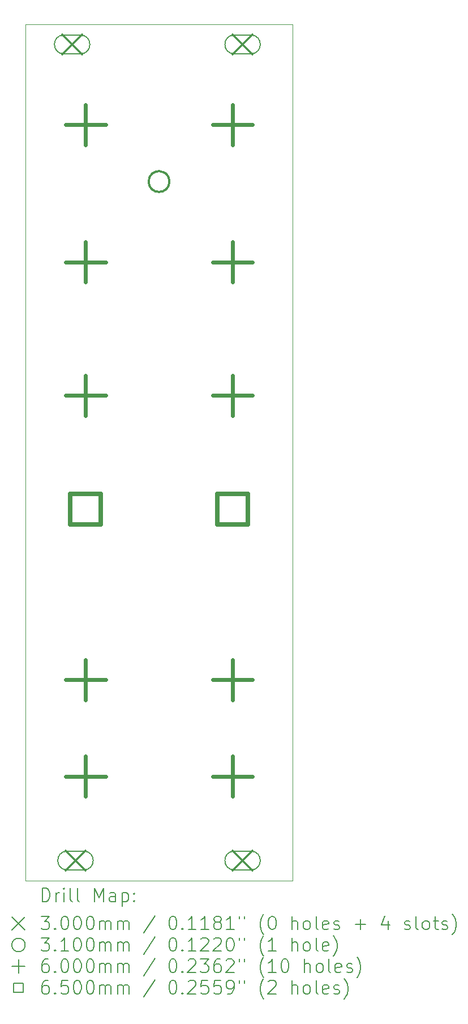
<source format=gbr>
%FSLAX45Y45*%
G04 Gerber Fmt 4.5, Leading zero omitted, Abs format (unit mm)*
G04 Created by KiCad (PCBNEW (6.0.0)) date 2022-07-07 20:03:23*
%MOMM*%
%LPD*%
G01*
G04 APERTURE LIST*
%TA.AperFunction,Profile*%
%ADD10C,0.050000*%
%TD*%
%ADD11C,0.200000*%
%ADD12C,0.300000*%
%ADD13C,0.310000*%
%ADD14C,0.600000*%
%ADD15C,0.650000*%
G04 APERTURE END LIST*
D10*
X8450000Y-2600000D02*
X8450000Y-14950000D01*
X8450000Y-2600000D02*
X12450000Y-2600000D01*
X12450000Y-15400000D02*
X8450000Y-15400000D01*
X8450000Y-15400000D02*
X8450000Y-14950000D01*
X12450000Y-2600000D02*
X12450000Y-15400000D01*
D11*
D12*
X9000000Y-2750000D02*
X9300000Y-3050000D01*
X9300000Y-2750000D02*
X9000000Y-3050000D01*
D11*
X9025000Y-3040000D02*
X9275000Y-3040000D01*
X9025000Y-2760000D02*
X9275000Y-2760000D01*
X9275000Y-3040000D02*
G75*
G03*
X9275000Y-2760000I0J140000D01*
G01*
X9025000Y-2760000D02*
G75*
G03*
X9025000Y-3040000I0J-140000D01*
G01*
D12*
X9050000Y-14950000D02*
X9350000Y-15250000D01*
X9350000Y-14950000D02*
X9050000Y-15250000D01*
D11*
X9075000Y-15240000D02*
X9325000Y-15240000D01*
X9075000Y-14960000D02*
X9325000Y-14960000D01*
X9325000Y-15240000D02*
G75*
G03*
X9325000Y-14960000I0J140000D01*
G01*
X9075000Y-14960000D02*
G75*
G03*
X9075000Y-15240000I0J-140000D01*
G01*
D12*
X11550000Y-2750000D02*
X11850000Y-3050000D01*
X11850000Y-2750000D02*
X11550000Y-3050000D01*
D11*
X11575000Y-3040000D02*
X11825000Y-3040000D01*
X11575000Y-2760000D02*
X11825000Y-2760000D01*
X11825000Y-3040000D02*
G75*
G03*
X11825000Y-2760000I0J140000D01*
G01*
X11575000Y-2760000D02*
G75*
G03*
X11575000Y-3040000I0J-140000D01*
G01*
D12*
X11550000Y-14950000D02*
X11850000Y-15250000D01*
X11850000Y-14950000D02*
X11550000Y-15250000D01*
D11*
X11575000Y-15240000D02*
X11825000Y-15240000D01*
X11575000Y-14960000D02*
X11825000Y-14960000D01*
X11825000Y-15240000D02*
G75*
G03*
X11825000Y-14960000I0J140000D01*
G01*
X11575000Y-14960000D02*
G75*
G03*
X11575000Y-15240000I0J-140000D01*
G01*
D13*
X10605000Y-4950000D02*
G75*
G03*
X10605000Y-4950000I-155000J0D01*
G01*
D14*
X9350000Y-3800000D02*
X9350000Y-4400000D01*
X9050000Y-4100000D02*
X9650000Y-4100000D01*
X9350000Y-5855000D02*
X9350000Y-6455000D01*
X9050000Y-6155000D02*
X9650000Y-6155000D01*
X9350000Y-7850000D02*
X9350000Y-8450000D01*
X9050000Y-8150000D02*
X9650000Y-8150000D01*
X9350000Y-12100000D02*
X9350000Y-12700000D01*
X9050000Y-12400000D02*
X9650000Y-12400000D01*
X9350000Y-13540000D02*
X9350000Y-14140000D01*
X9050000Y-13840000D02*
X9650000Y-13840000D01*
X11550000Y-3800000D02*
X11550000Y-4400000D01*
X11250000Y-4100000D02*
X11850000Y-4100000D01*
X11550000Y-5855000D02*
X11550000Y-6455000D01*
X11250000Y-6155000D02*
X11850000Y-6155000D01*
X11550000Y-7850000D02*
X11550000Y-8450000D01*
X11250000Y-8150000D02*
X11850000Y-8150000D01*
X11550000Y-12100000D02*
X11550000Y-12700000D01*
X11250000Y-12400000D02*
X11850000Y-12400000D01*
X11550000Y-13540000D02*
X11550000Y-14140000D01*
X11250000Y-13840000D02*
X11850000Y-13840000D01*
D15*
X9579812Y-10079812D02*
X9579812Y-9620188D01*
X9120188Y-9620188D01*
X9120188Y-10079812D01*
X9579812Y-10079812D01*
X11779812Y-10079812D02*
X11779812Y-9620188D01*
X11320188Y-9620188D01*
X11320188Y-10079812D01*
X11779812Y-10079812D01*
D11*
X8705119Y-15712976D02*
X8705119Y-15512976D01*
X8752738Y-15512976D01*
X8781309Y-15522500D01*
X8800357Y-15541548D01*
X8809881Y-15560595D01*
X8819405Y-15598690D01*
X8819405Y-15627262D01*
X8809881Y-15665357D01*
X8800357Y-15684405D01*
X8781309Y-15703452D01*
X8752738Y-15712976D01*
X8705119Y-15712976D01*
X8905119Y-15712976D02*
X8905119Y-15579643D01*
X8905119Y-15617738D02*
X8914643Y-15598690D01*
X8924167Y-15589167D01*
X8943214Y-15579643D01*
X8962262Y-15579643D01*
X9028928Y-15712976D02*
X9028928Y-15579643D01*
X9028928Y-15512976D02*
X9019405Y-15522500D01*
X9028928Y-15532024D01*
X9038452Y-15522500D01*
X9028928Y-15512976D01*
X9028928Y-15532024D01*
X9152738Y-15712976D02*
X9133690Y-15703452D01*
X9124167Y-15684405D01*
X9124167Y-15512976D01*
X9257500Y-15712976D02*
X9238452Y-15703452D01*
X9228928Y-15684405D01*
X9228928Y-15512976D01*
X9486071Y-15712976D02*
X9486071Y-15512976D01*
X9552738Y-15655833D01*
X9619405Y-15512976D01*
X9619405Y-15712976D01*
X9800357Y-15712976D02*
X9800357Y-15608214D01*
X9790833Y-15589167D01*
X9771786Y-15579643D01*
X9733690Y-15579643D01*
X9714643Y-15589167D01*
X9800357Y-15703452D02*
X9781309Y-15712976D01*
X9733690Y-15712976D01*
X9714643Y-15703452D01*
X9705119Y-15684405D01*
X9705119Y-15665357D01*
X9714643Y-15646309D01*
X9733690Y-15636786D01*
X9781309Y-15636786D01*
X9800357Y-15627262D01*
X9895595Y-15579643D02*
X9895595Y-15779643D01*
X9895595Y-15589167D02*
X9914643Y-15579643D01*
X9952738Y-15579643D01*
X9971786Y-15589167D01*
X9981309Y-15598690D01*
X9990833Y-15617738D01*
X9990833Y-15674881D01*
X9981309Y-15693928D01*
X9971786Y-15703452D01*
X9952738Y-15712976D01*
X9914643Y-15712976D01*
X9895595Y-15703452D01*
X10076548Y-15693928D02*
X10086071Y-15703452D01*
X10076548Y-15712976D01*
X10067024Y-15703452D01*
X10076548Y-15693928D01*
X10076548Y-15712976D01*
X10076548Y-15589167D02*
X10086071Y-15598690D01*
X10076548Y-15608214D01*
X10067024Y-15598690D01*
X10076548Y-15589167D01*
X10076548Y-15608214D01*
X8247500Y-15942500D02*
X8447500Y-16142500D01*
X8447500Y-15942500D02*
X8247500Y-16142500D01*
X8686071Y-15932976D02*
X8809881Y-15932976D01*
X8743214Y-16009167D01*
X8771786Y-16009167D01*
X8790833Y-16018690D01*
X8800357Y-16028214D01*
X8809881Y-16047262D01*
X8809881Y-16094881D01*
X8800357Y-16113928D01*
X8790833Y-16123452D01*
X8771786Y-16132976D01*
X8714643Y-16132976D01*
X8695595Y-16123452D01*
X8686071Y-16113928D01*
X8895595Y-16113928D02*
X8905119Y-16123452D01*
X8895595Y-16132976D01*
X8886071Y-16123452D01*
X8895595Y-16113928D01*
X8895595Y-16132976D01*
X9028928Y-15932976D02*
X9047976Y-15932976D01*
X9067024Y-15942500D01*
X9076548Y-15952024D01*
X9086071Y-15971071D01*
X9095595Y-16009167D01*
X9095595Y-16056786D01*
X9086071Y-16094881D01*
X9076548Y-16113928D01*
X9067024Y-16123452D01*
X9047976Y-16132976D01*
X9028928Y-16132976D01*
X9009881Y-16123452D01*
X9000357Y-16113928D01*
X8990833Y-16094881D01*
X8981309Y-16056786D01*
X8981309Y-16009167D01*
X8990833Y-15971071D01*
X9000357Y-15952024D01*
X9009881Y-15942500D01*
X9028928Y-15932976D01*
X9219405Y-15932976D02*
X9238452Y-15932976D01*
X9257500Y-15942500D01*
X9267024Y-15952024D01*
X9276548Y-15971071D01*
X9286071Y-16009167D01*
X9286071Y-16056786D01*
X9276548Y-16094881D01*
X9267024Y-16113928D01*
X9257500Y-16123452D01*
X9238452Y-16132976D01*
X9219405Y-16132976D01*
X9200357Y-16123452D01*
X9190833Y-16113928D01*
X9181309Y-16094881D01*
X9171786Y-16056786D01*
X9171786Y-16009167D01*
X9181309Y-15971071D01*
X9190833Y-15952024D01*
X9200357Y-15942500D01*
X9219405Y-15932976D01*
X9409881Y-15932976D02*
X9428928Y-15932976D01*
X9447976Y-15942500D01*
X9457500Y-15952024D01*
X9467024Y-15971071D01*
X9476548Y-16009167D01*
X9476548Y-16056786D01*
X9467024Y-16094881D01*
X9457500Y-16113928D01*
X9447976Y-16123452D01*
X9428928Y-16132976D01*
X9409881Y-16132976D01*
X9390833Y-16123452D01*
X9381309Y-16113928D01*
X9371786Y-16094881D01*
X9362262Y-16056786D01*
X9362262Y-16009167D01*
X9371786Y-15971071D01*
X9381309Y-15952024D01*
X9390833Y-15942500D01*
X9409881Y-15932976D01*
X9562262Y-16132976D02*
X9562262Y-15999643D01*
X9562262Y-16018690D02*
X9571786Y-16009167D01*
X9590833Y-15999643D01*
X9619405Y-15999643D01*
X9638452Y-16009167D01*
X9647976Y-16028214D01*
X9647976Y-16132976D01*
X9647976Y-16028214D02*
X9657500Y-16009167D01*
X9676548Y-15999643D01*
X9705119Y-15999643D01*
X9724167Y-16009167D01*
X9733690Y-16028214D01*
X9733690Y-16132976D01*
X9828928Y-16132976D02*
X9828928Y-15999643D01*
X9828928Y-16018690D02*
X9838452Y-16009167D01*
X9857500Y-15999643D01*
X9886071Y-15999643D01*
X9905119Y-16009167D01*
X9914643Y-16028214D01*
X9914643Y-16132976D01*
X9914643Y-16028214D02*
X9924167Y-16009167D01*
X9943214Y-15999643D01*
X9971786Y-15999643D01*
X9990833Y-16009167D01*
X10000357Y-16028214D01*
X10000357Y-16132976D01*
X10390833Y-15923452D02*
X10219405Y-16180595D01*
X10647976Y-15932976D02*
X10667024Y-15932976D01*
X10686071Y-15942500D01*
X10695595Y-15952024D01*
X10705119Y-15971071D01*
X10714643Y-16009167D01*
X10714643Y-16056786D01*
X10705119Y-16094881D01*
X10695595Y-16113928D01*
X10686071Y-16123452D01*
X10667024Y-16132976D01*
X10647976Y-16132976D01*
X10628928Y-16123452D01*
X10619405Y-16113928D01*
X10609881Y-16094881D01*
X10600357Y-16056786D01*
X10600357Y-16009167D01*
X10609881Y-15971071D01*
X10619405Y-15952024D01*
X10628928Y-15942500D01*
X10647976Y-15932976D01*
X10800357Y-16113928D02*
X10809881Y-16123452D01*
X10800357Y-16132976D01*
X10790833Y-16123452D01*
X10800357Y-16113928D01*
X10800357Y-16132976D01*
X11000357Y-16132976D02*
X10886071Y-16132976D01*
X10943214Y-16132976D02*
X10943214Y-15932976D01*
X10924167Y-15961548D01*
X10905119Y-15980595D01*
X10886071Y-15990119D01*
X11190833Y-16132976D02*
X11076548Y-16132976D01*
X11133690Y-16132976D02*
X11133690Y-15932976D01*
X11114643Y-15961548D01*
X11095595Y-15980595D01*
X11076548Y-15990119D01*
X11305119Y-16018690D02*
X11286071Y-16009167D01*
X11276547Y-15999643D01*
X11267024Y-15980595D01*
X11267024Y-15971071D01*
X11276547Y-15952024D01*
X11286071Y-15942500D01*
X11305119Y-15932976D01*
X11343214Y-15932976D01*
X11362262Y-15942500D01*
X11371786Y-15952024D01*
X11381309Y-15971071D01*
X11381309Y-15980595D01*
X11371786Y-15999643D01*
X11362262Y-16009167D01*
X11343214Y-16018690D01*
X11305119Y-16018690D01*
X11286071Y-16028214D01*
X11276547Y-16037738D01*
X11267024Y-16056786D01*
X11267024Y-16094881D01*
X11276547Y-16113928D01*
X11286071Y-16123452D01*
X11305119Y-16132976D01*
X11343214Y-16132976D01*
X11362262Y-16123452D01*
X11371786Y-16113928D01*
X11381309Y-16094881D01*
X11381309Y-16056786D01*
X11371786Y-16037738D01*
X11362262Y-16028214D01*
X11343214Y-16018690D01*
X11571786Y-16132976D02*
X11457500Y-16132976D01*
X11514643Y-16132976D02*
X11514643Y-15932976D01*
X11495595Y-15961548D01*
X11476547Y-15980595D01*
X11457500Y-15990119D01*
X11647976Y-15932976D02*
X11647976Y-15971071D01*
X11724166Y-15932976D02*
X11724166Y-15971071D01*
X12019405Y-16209167D02*
X12009881Y-16199643D01*
X11990833Y-16171071D01*
X11981309Y-16152024D01*
X11971786Y-16123452D01*
X11962262Y-16075833D01*
X11962262Y-16037738D01*
X11971786Y-15990119D01*
X11981309Y-15961548D01*
X11990833Y-15942500D01*
X12009881Y-15913928D01*
X12019405Y-15904405D01*
X12133690Y-15932976D02*
X12152738Y-15932976D01*
X12171786Y-15942500D01*
X12181309Y-15952024D01*
X12190833Y-15971071D01*
X12200357Y-16009167D01*
X12200357Y-16056786D01*
X12190833Y-16094881D01*
X12181309Y-16113928D01*
X12171786Y-16123452D01*
X12152738Y-16132976D01*
X12133690Y-16132976D01*
X12114643Y-16123452D01*
X12105119Y-16113928D01*
X12095595Y-16094881D01*
X12086071Y-16056786D01*
X12086071Y-16009167D01*
X12095595Y-15971071D01*
X12105119Y-15952024D01*
X12114643Y-15942500D01*
X12133690Y-15932976D01*
X12438452Y-16132976D02*
X12438452Y-15932976D01*
X12524166Y-16132976D02*
X12524166Y-16028214D01*
X12514643Y-16009167D01*
X12495595Y-15999643D01*
X12467024Y-15999643D01*
X12447976Y-16009167D01*
X12438452Y-16018690D01*
X12647976Y-16132976D02*
X12628928Y-16123452D01*
X12619405Y-16113928D01*
X12609881Y-16094881D01*
X12609881Y-16037738D01*
X12619405Y-16018690D01*
X12628928Y-16009167D01*
X12647976Y-15999643D01*
X12676547Y-15999643D01*
X12695595Y-16009167D01*
X12705119Y-16018690D01*
X12714643Y-16037738D01*
X12714643Y-16094881D01*
X12705119Y-16113928D01*
X12695595Y-16123452D01*
X12676547Y-16132976D01*
X12647976Y-16132976D01*
X12828928Y-16132976D02*
X12809881Y-16123452D01*
X12800357Y-16104405D01*
X12800357Y-15932976D01*
X12981309Y-16123452D02*
X12962262Y-16132976D01*
X12924166Y-16132976D01*
X12905119Y-16123452D01*
X12895595Y-16104405D01*
X12895595Y-16028214D01*
X12905119Y-16009167D01*
X12924166Y-15999643D01*
X12962262Y-15999643D01*
X12981309Y-16009167D01*
X12990833Y-16028214D01*
X12990833Y-16047262D01*
X12895595Y-16066309D01*
X13067024Y-16123452D02*
X13086071Y-16132976D01*
X13124166Y-16132976D01*
X13143214Y-16123452D01*
X13152738Y-16104405D01*
X13152738Y-16094881D01*
X13143214Y-16075833D01*
X13124166Y-16066309D01*
X13095595Y-16066309D01*
X13076547Y-16056786D01*
X13067024Y-16037738D01*
X13067024Y-16028214D01*
X13076547Y-16009167D01*
X13095595Y-15999643D01*
X13124166Y-15999643D01*
X13143214Y-16009167D01*
X13390833Y-16056786D02*
X13543214Y-16056786D01*
X13467024Y-16132976D02*
X13467024Y-15980595D01*
X13876547Y-15999643D02*
X13876547Y-16132976D01*
X13828928Y-15923452D02*
X13781309Y-16066309D01*
X13905119Y-16066309D01*
X14124166Y-16123452D02*
X14143214Y-16132976D01*
X14181309Y-16132976D01*
X14200357Y-16123452D01*
X14209881Y-16104405D01*
X14209881Y-16094881D01*
X14200357Y-16075833D01*
X14181309Y-16066309D01*
X14152738Y-16066309D01*
X14133690Y-16056786D01*
X14124166Y-16037738D01*
X14124166Y-16028214D01*
X14133690Y-16009167D01*
X14152738Y-15999643D01*
X14181309Y-15999643D01*
X14200357Y-16009167D01*
X14324166Y-16132976D02*
X14305119Y-16123452D01*
X14295595Y-16104405D01*
X14295595Y-15932976D01*
X14428928Y-16132976D02*
X14409881Y-16123452D01*
X14400357Y-16113928D01*
X14390833Y-16094881D01*
X14390833Y-16037738D01*
X14400357Y-16018690D01*
X14409881Y-16009167D01*
X14428928Y-15999643D01*
X14457500Y-15999643D01*
X14476547Y-16009167D01*
X14486071Y-16018690D01*
X14495595Y-16037738D01*
X14495595Y-16094881D01*
X14486071Y-16113928D01*
X14476547Y-16123452D01*
X14457500Y-16132976D01*
X14428928Y-16132976D01*
X14552738Y-15999643D02*
X14628928Y-15999643D01*
X14581309Y-15932976D02*
X14581309Y-16104405D01*
X14590833Y-16123452D01*
X14609881Y-16132976D01*
X14628928Y-16132976D01*
X14686071Y-16123452D02*
X14705119Y-16132976D01*
X14743214Y-16132976D01*
X14762262Y-16123452D01*
X14771786Y-16104405D01*
X14771786Y-16094881D01*
X14762262Y-16075833D01*
X14743214Y-16066309D01*
X14714643Y-16066309D01*
X14695595Y-16056786D01*
X14686071Y-16037738D01*
X14686071Y-16028214D01*
X14695595Y-16009167D01*
X14714643Y-15999643D01*
X14743214Y-15999643D01*
X14762262Y-16009167D01*
X14838452Y-16209167D02*
X14847976Y-16199643D01*
X14867024Y-16171071D01*
X14876547Y-16152024D01*
X14886071Y-16123452D01*
X14895595Y-16075833D01*
X14895595Y-16037738D01*
X14886071Y-15990119D01*
X14876547Y-15961548D01*
X14867024Y-15942500D01*
X14847976Y-15913928D01*
X14838452Y-15904405D01*
X8447500Y-16362500D02*
G75*
G03*
X8447500Y-16362500I-100000J0D01*
G01*
X8686071Y-16252976D02*
X8809881Y-16252976D01*
X8743214Y-16329167D01*
X8771786Y-16329167D01*
X8790833Y-16338690D01*
X8800357Y-16348214D01*
X8809881Y-16367262D01*
X8809881Y-16414881D01*
X8800357Y-16433928D01*
X8790833Y-16443452D01*
X8771786Y-16452976D01*
X8714643Y-16452976D01*
X8695595Y-16443452D01*
X8686071Y-16433928D01*
X8895595Y-16433928D02*
X8905119Y-16443452D01*
X8895595Y-16452976D01*
X8886071Y-16443452D01*
X8895595Y-16433928D01*
X8895595Y-16452976D01*
X9095595Y-16452976D02*
X8981309Y-16452976D01*
X9038452Y-16452976D02*
X9038452Y-16252976D01*
X9019405Y-16281548D01*
X9000357Y-16300595D01*
X8981309Y-16310119D01*
X9219405Y-16252976D02*
X9238452Y-16252976D01*
X9257500Y-16262500D01*
X9267024Y-16272024D01*
X9276548Y-16291071D01*
X9286071Y-16329167D01*
X9286071Y-16376786D01*
X9276548Y-16414881D01*
X9267024Y-16433928D01*
X9257500Y-16443452D01*
X9238452Y-16452976D01*
X9219405Y-16452976D01*
X9200357Y-16443452D01*
X9190833Y-16433928D01*
X9181309Y-16414881D01*
X9171786Y-16376786D01*
X9171786Y-16329167D01*
X9181309Y-16291071D01*
X9190833Y-16272024D01*
X9200357Y-16262500D01*
X9219405Y-16252976D01*
X9409881Y-16252976D02*
X9428928Y-16252976D01*
X9447976Y-16262500D01*
X9457500Y-16272024D01*
X9467024Y-16291071D01*
X9476548Y-16329167D01*
X9476548Y-16376786D01*
X9467024Y-16414881D01*
X9457500Y-16433928D01*
X9447976Y-16443452D01*
X9428928Y-16452976D01*
X9409881Y-16452976D01*
X9390833Y-16443452D01*
X9381309Y-16433928D01*
X9371786Y-16414881D01*
X9362262Y-16376786D01*
X9362262Y-16329167D01*
X9371786Y-16291071D01*
X9381309Y-16272024D01*
X9390833Y-16262500D01*
X9409881Y-16252976D01*
X9562262Y-16452976D02*
X9562262Y-16319643D01*
X9562262Y-16338690D02*
X9571786Y-16329167D01*
X9590833Y-16319643D01*
X9619405Y-16319643D01*
X9638452Y-16329167D01*
X9647976Y-16348214D01*
X9647976Y-16452976D01*
X9647976Y-16348214D02*
X9657500Y-16329167D01*
X9676548Y-16319643D01*
X9705119Y-16319643D01*
X9724167Y-16329167D01*
X9733690Y-16348214D01*
X9733690Y-16452976D01*
X9828928Y-16452976D02*
X9828928Y-16319643D01*
X9828928Y-16338690D02*
X9838452Y-16329167D01*
X9857500Y-16319643D01*
X9886071Y-16319643D01*
X9905119Y-16329167D01*
X9914643Y-16348214D01*
X9914643Y-16452976D01*
X9914643Y-16348214D02*
X9924167Y-16329167D01*
X9943214Y-16319643D01*
X9971786Y-16319643D01*
X9990833Y-16329167D01*
X10000357Y-16348214D01*
X10000357Y-16452976D01*
X10390833Y-16243452D02*
X10219405Y-16500595D01*
X10647976Y-16252976D02*
X10667024Y-16252976D01*
X10686071Y-16262500D01*
X10695595Y-16272024D01*
X10705119Y-16291071D01*
X10714643Y-16329167D01*
X10714643Y-16376786D01*
X10705119Y-16414881D01*
X10695595Y-16433928D01*
X10686071Y-16443452D01*
X10667024Y-16452976D01*
X10647976Y-16452976D01*
X10628928Y-16443452D01*
X10619405Y-16433928D01*
X10609881Y-16414881D01*
X10600357Y-16376786D01*
X10600357Y-16329167D01*
X10609881Y-16291071D01*
X10619405Y-16272024D01*
X10628928Y-16262500D01*
X10647976Y-16252976D01*
X10800357Y-16433928D02*
X10809881Y-16443452D01*
X10800357Y-16452976D01*
X10790833Y-16443452D01*
X10800357Y-16433928D01*
X10800357Y-16452976D01*
X11000357Y-16452976D02*
X10886071Y-16452976D01*
X10943214Y-16452976D02*
X10943214Y-16252976D01*
X10924167Y-16281548D01*
X10905119Y-16300595D01*
X10886071Y-16310119D01*
X11076548Y-16272024D02*
X11086071Y-16262500D01*
X11105119Y-16252976D01*
X11152738Y-16252976D01*
X11171786Y-16262500D01*
X11181309Y-16272024D01*
X11190833Y-16291071D01*
X11190833Y-16310119D01*
X11181309Y-16338690D01*
X11067024Y-16452976D01*
X11190833Y-16452976D01*
X11267024Y-16272024D02*
X11276547Y-16262500D01*
X11295595Y-16252976D01*
X11343214Y-16252976D01*
X11362262Y-16262500D01*
X11371786Y-16272024D01*
X11381309Y-16291071D01*
X11381309Y-16310119D01*
X11371786Y-16338690D01*
X11257500Y-16452976D01*
X11381309Y-16452976D01*
X11505119Y-16252976D02*
X11524166Y-16252976D01*
X11543214Y-16262500D01*
X11552738Y-16272024D01*
X11562262Y-16291071D01*
X11571786Y-16329167D01*
X11571786Y-16376786D01*
X11562262Y-16414881D01*
X11552738Y-16433928D01*
X11543214Y-16443452D01*
X11524166Y-16452976D01*
X11505119Y-16452976D01*
X11486071Y-16443452D01*
X11476547Y-16433928D01*
X11467024Y-16414881D01*
X11457500Y-16376786D01*
X11457500Y-16329167D01*
X11467024Y-16291071D01*
X11476547Y-16272024D01*
X11486071Y-16262500D01*
X11505119Y-16252976D01*
X11647976Y-16252976D02*
X11647976Y-16291071D01*
X11724166Y-16252976D02*
X11724166Y-16291071D01*
X12019405Y-16529167D02*
X12009881Y-16519643D01*
X11990833Y-16491071D01*
X11981309Y-16472024D01*
X11971786Y-16443452D01*
X11962262Y-16395833D01*
X11962262Y-16357738D01*
X11971786Y-16310119D01*
X11981309Y-16281548D01*
X11990833Y-16262500D01*
X12009881Y-16233928D01*
X12019405Y-16224405D01*
X12200357Y-16452976D02*
X12086071Y-16452976D01*
X12143214Y-16452976D02*
X12143214Y-16252976D01*
X12124166Y-16281548D01*
X12105119Y-16300595D01*
X12086071Y-16310119D01*
X12438452Y-16452976D02*
X12438452Y-16252976D01*
X12524166Y-16452976D02*
X12524166Y-16348214D01*
X12514643Y-16329167D01*
X12495595Y-16319643D01*
X12467024Y-16319643D01*
X12447976Y-16329167D01*
X12438452Y-16338690D01*
X12647976Y-16452976D02*
X12628928Y-16443452D01*
X12619405Y-16433928D01*
X12609881Y-16414881D01*
X12609881Y-16357738D01*
X12619405Y-16338690D01*
X12628928Y-16329167D01*
X12647976Y-16319643D01*
X12676547Y-16319643D01*
X12695595Y-16329167D01*
X12705119Y-16338690D01*
X12714643Y-16357738D01*
X12714643Y-16414881D01*
X12705119Y-16433928D01*
X12695595Y-16443452D01*
X12676547Y-16452976D01*
X12647976Y-16452976D01*
X12828928Y-16452976D02*
X12809881Y-16443452D01*
X12800357Y-16424405D01*
X12800357Y-16252976D01*
X12981309Y-16443452D02*
X12962262Y-16452976D01*
X12924166Y-16452976D01*
X12905119Y-16443452D01*
X12895595Y-16424405D01*
X12895595Y-16348214D01*
X12905119Y-16329167D01*
X12924166Y-16319643D01*
X12962262Y-16319643D01*
X12981309Y-16329167D01*
X12990833Y-16348214D01*
X12990833Y-16367262D01*
X12895595Y-16386309D01*
X13057500Y-16529167D02*
X13067024Y-16519643D01*
X13086071Y-16491071D01*
X13095595Y-16472024D01*
X13105119Y-16443452D01*
X13114643Y-16395833D01*
X13114643Y-16357738D01*
X13105119Y-16310119D01*
X13095595Y-16281548D01*
X13086071Y-16262500D01*
X13067024Y-16233928D01*
X13057500Y-16224405D01*
X8347500Y-16582500D02*
X8347500Y-16782500D01*
X8247500Y-16682500D02*
X8447500Y-16682500D01*
X8790833Y-16572976D02*
X8752738Y-16572976D01*
X8733690Y-16582500D01*
X8724167Y-16592024D01*
X8705119Y-16620595D01*
X8695595Y-16658690D01*
X8695595Y-16734881D01*
X8705119Y-16753928D01*
X8714643Y-16763452D01*
X8733690Y-16772976D01*
X8771786Y-16772976D01*
X8790833Y-16763452D01*
X8800357Y-16753928D01*
X8809881Y-16734881D01*
X8809881Y-16687262D01*
X8800357Y-16668214D01*
X8790833Y-16658690D01*
X8771786Y-16649167D01*
X8733690Y-16649167D01*
X8714643Y-16658690D01*
X8705119Y-16668214D01*
X8695595Y-16687262D01*
X8895595Y-16753928D02*
X8905119Y-16763452D01*
X8895595Y-16772976D01*
X8886071Y-16763452D01*
X8895595Y-16753928D01*
X8895595Y-16772976D01*
X9028928Y-16572976D02*
X9047976Y-16572976D01*
X9067024Y-16582500D01*
X9076548Y-16592024D01*
X9086071Y-16611071D01*
X9095595Y-16649167D01*
X9095595Y-16696786D01*
X9086071Y-16734881D01*
X9076548Y-16753928D01*
X9067024Y-16763452D01*
X9047976Y-16772976D01*
X9028928Y-16772976D01*
X9009881Y-16763452D01*
X9000357Y-16753928D01*
X8990833Y-16734881D01*
X8981309Y-16696786D01*
X8981309Y-16649167D01*
X8990833Y-16611071D01*
X9000357Y-16592024D01*
X9009881Y-16582500D01*
X9028928Y-16572976D01*
X9219405Y-16572976D02*
X9238452Y-16572976D01*
X9257500Y-16582500D01*
X9267024Y-16592024D01*
X9276548Y-16611071D01*
X9286071Y-16649167D01*
X9286071Y-16696786D01*
X9276548Y-16734881D01*
X9267024Y-16753928D01*
X9257500Y-16763452D01*
X9238452Y-16772976D01*
X9219405Y-16772976D01*
X9200357Y-16763452D01*
X9190833Y-16753928D01*
X9181309Y-16734881D01*
X9171786Y-16696786D01*
X9171786Y-16649167D01*
X9181309Y-16611071D01*
X9190833Y-16592024D01*
X9200357Y-16582500D01*
X9219405Y-16572976D01*
X9409881Y-16572976D02*
X9428928Y-16572976D01*
X9447976Y-16582500D01*
X9457500Y-16592024D01*
X9467024Y-16611071D01*
X9476548Y-16649167D01*
X9476548Y-16696786D01*
X9467024Y-16734881D01*
X9457500Y-16753928D01*
X9447976Y-16763452D01*
X9428928Y-16772976D01*
X9409881Y-16772976D01*
X9390833Y-16763452D01*
X9381309Y-16753928D01*
X9371786Y-16734881D01*
X9362262Y-16696786D01*
X9362262Y-16649167D01*
X9371786Y-16611071D01*
X9381309Y-16592024D01*
X9390833Y-16582500D01*
X9409881Y-16572976D01*
X9562262Y-16772976D02*
X9562262Y-16639643D01*
X9562262Y-16658690D02*
X9571786Y-16649167D01*
X9590833Y-16639643D01*
X9619405Y-16639643D01*
X9638452Y-16649167D01*
X9647976Y-16668214D01*
X9647976Y-16772976D01*
X9647976Y-16668214D02*
X9657500Y-16649167D01*
X9676548Y-16639643D01*
X9705119Y-16639643D01*
X9724167Y-16649167D01*
X9733690Y-16668214D01*
X9733690Y-16772976D01*
X9828928Y-16772976D02*
X9828928Y-16639643D01*
X9828928Y-16658690D02*
X9838452Y-16649167D01*
X9857500Y-16639643D01*
X9886071Y-16639643D01*
X9905119Y-16649167D01*
X9914643Y-16668214D01*
X9914643Y-16772976D01*
X9914643Y-16668214D02*
X9924167Y-16649167D01*
X9943214Y-16639643D01*
X9971786Y-16639643D01*
X9990833Y-16649167D01*
X10000357Y-16668214D01*
X10000357Y-16772976D01*
X10390833Y-16563452D02*
X10219405Y-16820595D01*
X10647976Y-16572976D02*
X10667024Y-16572976D01*
X10686071Y-16582500D01*
X10695595Y-16592024D01*
X10705119Y-16611071D01*
X10714643Y-16649167D01*
X10714643Y-16696786D01*
X10705119Y-16734881D01*
X10695595Y-16753928D01*
X10686071Y-16763452D01*
X10667024Y-16772976D01*
X10647976Y-16772976D01*
X10628928Y-16763452D01*
X10619405Y-16753928D01*
X10609881Y-16734881D01*
X10600357Y-16696786D01*
X10600357Y-16649167D01*
X10609881Y-16611071D01*
X10619405Y-16592024D01*
X10628928Y-16582500D01*
X10647976Y-16572976D01*
X10800357Y-16753928D02*
X10809881Y-16763452D01*
X10800357Y-16772976D01*
X10790833Y-16763452D01*
X10800357Y-16753928D01*
X10800357Y-16772976D01*
X10886071Y-16592024D02*
X10895595Y-16582500D01*
X10914643Y-16572976D01*
X10962262Y-16572976D01*
X10981309Y-16582500D01*
X10990833Y-16592024D01*
X11000357Y-16611071D01*
X11000357Y-16630119D01*
X10990833Y-16658690D01*
X10876548Y-16772976D01*
X11000357Y-16772976D01*
X11067024Y-16572976D02*
X11190833Y-16572976D01*
X11124167Y-16649167D01*
X11152738Y-16649167D01*
X11171786Y-16658690D01*
X11181309Y-16668214D01*
X11190833Y-16687262D01*
X11190833Y-16734881D01*
X11181309Y-16753928D01*
X11171786Y-16763452D01*
X11152738Y-16772976D01*
X11095595Y-16772976D01*
X11076548Y-16763452D01*
X11067024Y-16753928D01*
X11362262Y-16572976D02*
X11324166Y-16572976D01*
X11305119Y-16582500D01*
X11295595Y-16592024D01*
X11276547Y-16620595D01*
X11267024Y-16658690D01*
X11267024Y-16734881D01*
X11276547Y-16753928D01*
X11286071Y-16763452D01*
X11305119Y-16772976D01*
X11343214Y-16772976D01*
X11362262Y-16763452D01*
X11371786Y-16753928D01*
X11381309Y-16734881D01*
X11381309Y-16687262D01*
X11371786Y-16668214D01*
X11362262Y-16658690D01*
X11343214Y-16649167D01*
X11305119Y-16649167D01*
X11286071Y-16658690D01*
X11276547Y-16668214D01*
X11267024Y-16687262D01*
X11457500Y-16592024D02*
X11467024Y-16582500D01*
X11486071Y-16572976D01*
X11533690Y-16572976D01*
X11552738Y-16582500D01*
X11562262Y-16592024D01*
X11571786Y-16611071D01*
X11571786Y-16630119D01*
X11562262Y-16658690D01*
X11447976Y-16772976D01*
X11571786Y-16772976D01*
X11647976Y-16572976D02*
X11647976Y-16611071D01*
X11724166Y-16572976D02*
X11724166Y-16611071D01*
X12019405Y-16849167D02*
X12009881Y-16839643D01*
X11990833Y-16811071D01*
X11981309Y-16792024D01*
X11971786Y-16763452D01*
X11962262Y-16715833D01*
X11962262Y-16677738D01*
X11971786Y-16630119D01*
X11981309Y-16601548D01*
X11990833Y-16582500D01*
X12009881Y-16553928D01*
X12019405Y-16544405D01*
X12200357Y-16772976D02*
X12086071Y-16772976D01*
X12143214Y-16772976D02*
X12143214Y-16572976D01*
X12124166Y-16601548D01*
X12105119Y-16620595D01*
X12086071Y-16630119D01*
X12324166Y-16572976D02*
X12343214Y-16572976D01*
X12362262Y-16582500D01*
X12371786Y-16592024D01*
X12381309Y-16611071D01*
X12390833Y-16649167D01*
X12390833Y-16696786D01*
X12381309Y-16734881D01*
X12371786Y-16753928D01*
X12362262Y-16763452D01*
X12343214Y-16772976D01*
X12324166Y-16772976D01*
X12305119Y-16763452D01*
X12295595Y-16753928D01*
X12286071Y-16734881D01*
X12276547Y-16696786D01*
X12276547Y-16649167D01*
X12286071Y-16611071D01*
X12295595Y-16592024D01*
X12305119Y-16582500D01*
X12324166Y-16572976D01*
X12628928Y-16772976D02*
X12628928Y-16572976D01*
X12714643Y-16772976D02*
X12714643Y-16668214D01*
X12705119Y-16649167D01*
X12686071Y-16639643D01*
X12657500Y-16639643D01*
X12638452Y-16649167D01*
X12628928Y-16658690D01*
X12838452Y-16772976D02*
X12819405Y-16763452D01*
X12809881Y-16753928D01*
X12800357Y-16734881D01*
X12800357Y-16677738D01*
X12809881Y-16658690D01*
X12819405Y-16649167D01*
X12838452Y-16639643D01*
X12867024Y-16639643D01*
X12886071Y-16649167D01*
X12895595Y-16658690D01*
X12905119Y-16677738D01*
X12905119Y-16734881D01*
X12895595Y-16753928D01*
X12886071Y-16763452D01*
X12867024Y-16772976D01*
X12838452Y-16772976D01*
X13019405Y-16772976D02*
X13000357Y-16763452D01*
X12990833Y-16744405D01*
X12990833Y-16572976D01*
X13171786Y-16763452D02*
X13152738Y-16772976D01*
X13114643Y-16772976D01*
X13095595Y-16763452D01*
X13086071Y-16744405D01*
X13086071Y-16668214D01*
X13095595Y-16649167D01*
X13114643Y-16639643D01*
X13152738Y-16639643D01*
X13171786Y-16649167D01*
X13181309Y-16668214D01*
X13181309Y-16687262D01*
X13086071Y-16706309D01*
X13257500Y-16763452D02*
X13276547Y-16772976D01*
X13314643Y-16772976D01*
X13333690Y-16763452D01*
X13343214Y-16744405D01*
X13343214Y-16734881D01*
X13333690Y-16715833D01*
X13314643Y-16706309D01*
X13286071Y-16706309D01*
X13267024Y-16696786D01*
X13257500Y-16677738D01*
X13257500Y-16668214D01*
X13267024Y-16649167D01*
X13286071Y-16639643D01*
X13314643Y-16639643D01*
X13333690Y-16649167D01*
X13409881Y-16849167D02*
X13419405Y-16839643D01*
X13438452Y-16811071D01*
X13447976Y-16792024D01*
X13457500Y-16763452D01*
X13467024Y-16715833D01*
X13467024Y-16677738D01*
X13457500Y-16630119D01*
X13447976Y-16601548D01*
X13438452Y-16582500D01*
X13419405Y-16553928D01*
X13409881Y-16544405D01*
X8418211Y-17073211D02*
X8418211Y-16931789D01*
X8276788Y-16931789D01*
X8276788Y-17073211D01*
X8418211Y-17073211D01*
X8790833Y-16892976D02*
X8752738Y-16892976D01*
X8733690Y-16902500D01*
X8724167Y-16912024D01*
X8705119Y-16940595D01*
X8695595Y-16978690D01*
X8695595Y-17054881D01*
X8705119Y-17073929D01*
X8714643Y-17083452D01*
X8733690Y-17092976D01*
X8771786Y-17092976D01*
X8790833Y-17083452D01*
X8800357Y-17073929D01*
X8809881Y-17054881D01*
X8809881Y-17007262D01*
X8800357Y-16988214D01*
X8790833Y-16978690D01*
X8771786Y-16969167D01*
X8733690Y-16969167D01*
X8714643Y-16978690D01*
X8705119Y-16988214D01*
X8695595Y-17007262D01*
X8895595Y-17073929D02*
X8905119Y-17083452D01*
X8895595Y-17092976D01*
X8886071Y-17083452D01*
X8895595Y-17073929D01*
X8895595Y-17092976D01*
X9086071Y-16892976D02*
X8990833Y-16892976D01*
X8981309Y-16988214D01*
X8990833Y-16978690D01*
X9009881Y-16969167D01*
X9057500Y-16969167D01*
X9076548Y-16978690D01*
X9086071Y-16988214D01*
X9095595Y-17007262D01*
X9095595Y-17054881D01*
X9086071Y-17073929D01*
X9076548Y-17083452D01*
X9057500Y-17092976D01*
X9009881Y-17092976D01*
X8990833Y-17083452D01*
X8981309Y-17073929D01*
X9219405Y-16892976D02*
X9238452Y-16892976D01*
X9257500Y-16902500D01*
X9267024Y-16912024D01*
X9276548Y-16931071D01*
X9286071Y-16969167D01*
X9286071Y-17016786D01*
X9276548Y-17054881D01*
X9267024Y-17073929D01*
X9257500Y-17083452D01*
X9238452Y-17092976D01*
X9219405Y-17092976D01*
X9200357Y-17083452D01*
X9190833Y-17073929D01*
X9181309Y-17054881D01*
X9171786Y-17016786D01*
X9171786Y-16969167D01*
X9181309Y-16931071D01*
X9190833Y-16912024D01*
X9200357Y-16902500D01*
X9219405Y-16892976D01*
X9409881Y-16892976D02*
X9428928Y-16892976D01*
X9447976Y-16902500D01*
X9457500Y-16912024D01*
X9467024Y-16931071D01*
X9476548Y-16969167D01*
X9476548Y-17016786D01*
X9467024Y-17054881D01*
X9457500Y-17073929D01*
X9447976Y-17083452D01*
X9428928Y-17092976D01*
X9409881Y-17092976D01*
X9390833Y-17083452D01*
X9381309Y-17073929D01*
X9371786Y-17054881D01*
X9362262Y-17016786D01*
X9362262Y-16969167D01*
X9371786Y-16931071D01*
X9381309Y-16912024D01*
X9390833Y-16902500D01*
X9409881Y-16892976D01*
X9562262Y-17092976D02*
X9562262Y-16959643D01*
X9562262Y-16978690D02*
X9571786Y-16969167D01*
X9590833Y-16959643D01*
X9619405Y-16959643D01*
X9638452Y-16969167D01*
X9647976Y-16988214D01*
X9647976Y-17092976D01*
X9647976Y-16988214D02*
X9657500Y-16969167D01*
X9676548Y-16959643D01*
X9705119Y-16959643D01*
X9724167Y-16969167D01*
X9733690Y-16988214D01*
X9733690Y-17092976D01*
X9828928Y-17092976D02*
X9828928Y-16959643D01*
X9828928Y-16978690D02*
X9838452Y-16969167D01*
X9857500Y-16959643D01*
X9886071Y-16959643D01*
X9905119Y-16969167D01*
X9914643Y-16988214D01*
X9914643Y-17092976D01*
X9914643Y-16988214D02*
X9924167Y-16969167D01*
X9943214Y-16959643D01*
X9971786Y-16959643D01*
X9990833Y-16969167D01*
X10000357Y-16988214D01*
X10000357Y-17092976D01*
X10390833Y-16883452D02*
X10219405Y-17140595D01*
X10647976Y-16892976D02*
X10667024Y-16892976D01*
X10686071Y-16902500D01*
X10695595Y-16912024D01*
X10705119Y-16931071D01*
X10714643Y-16969167D01*
X10714643Y-17016786D01*
X10705119Y-17054881D01*
X10695595Y-17073929D01*
X10686071Y-17083452D01*
X10667024Y-17092976D01*
X10647976Y-17092976D01*
X10628928Y-17083452D01*
X10619405Y-17073929D01*
X10609881Y-17054881D01*
X10600357Y-17016786D01*
X10600357Y-16969167D01*
X10609881Y-16931071D01*
X10619405Y-16912024D01*
X10628928Y-16902500D01*
X10647976Y-16892976D01*
X10800357Y-17073929D02*
X10809881Y-17083452D01*
X10800357Y-17092976D01*
X10790833Y-17083452D01*
X10800357Y-17073929D01*
X10800357Y-17092976D01*
X10886071Y-16912024D02*
X10895595Y-16902500D01*
X10914643Y-16892976D01*
X10962262Y-16892976D01*
X10981309Y-16902500D01*
X10990833Y-16912024D01*
X11000357Y-16931071D01*
X11000357Y-16950119D01*
X10990833Y-16978690D01*
X10876548Y-17092976D01*
X11000357Y-17092976D01*
X11181309Y-16892976D02*
X11086071Y-16892976D01*
X11076548Y-16988214D01*
X11086071Y-16978690D01*
X11105119Y-16969167D01*
X11152738Y-16969167D01*
X11171786Y-16978690D01*
X11181309Y-16988214D01*
X11190833Y-17007262D01*
X11190833Y-17054881D01*
X11181309Y-17073929D01*
X11171786Y-17083452D01*
X11152738Y-17092976D01*
X11105119Y-17092976D01*
X11086071Y-17083452D01*
X11076548Y-17073929D01*
X11371786Y-16892976D02*
X11276547Y-16892976D01*
X11267024Y-16988214D01*
X11276547Y-16978690D01*
X11295595Y-16969167D01*
X11343214Y-16969167D01*
X11362262Y-16978690D01*
X11371786Y-16988214D01*
X11381309Y-17007262D01*
X11381309Y-17054881D01*
X11371786Y-17073929D01*
X11362262Y-17083452D01*
X11343214Y-17092976D01*
X11295595Y-17092976D01*
X11276547Y-17083452D01*
X11267024Y-17073929D01*
X11476547Y-17092976D02*
X11514643Y-17092976D01*
X11533690Y-17083452D01*
X11543214Y-17073929D01*
X11562262Y-17045357D01*
X11571786Y-17007262D01*
X11571786Y-16931071D01*
X11562262Y-16912024D01*
X11552738Y-16902500D01*
X11533690Y-16892976D01*
X11495595Y-16892976D01*
X11476547Y-16902500D01*
X11467024Y-16912024D01*
X11457500Y-16931071D01*
X11457500Y-16978690D01*
X11467024Y-16997738D01*
X11476547Y-17007262D01*
X11495595Y-17016786D01*
X11533690Y-17016786D01*
X11552738Y-17007262D01*
X11562262Y-16997738D01*
X11571786Y-16978690D01*
X11647976Y-16892976D02*
X11647976Y-16931071D01*
X11724166Y-16892976D02*
X11724166Y-16931071D01*
X12019405Y-17169167D02*
X12009881Y-17159643D01*
X11990833Y-17131071D01*
X11981309Y-17112024D01*
X11971786Y-17083452D01*
X11962262Y-17035833D01*
X11962262Y-16997738D01*
X11971786Y-16950119D01*
X11981309Y-16921548D01*
X11990833Y-16902500D01*
X12009881Y-16873929D01*
X12019405Y-16864405D01*
X12086071Y-16912024D02*
X12095595Y-16902500D01*
X12114643Y-16892976D01*
X12162262Y-16892976D01*
X12181309Y-16902500D01*
X12190833Y-16912024D01*
X12200357Y-16931071D01*
X12200357Y-16950119D01*
X12190833Y-16978690D01*
X12076547Y-17092976D01*
X12200357Y-17092976D01*
X12438452Y-17092976D02*
X12438452Y-16892976D01*
X12524166Y-17092976D02*
X12524166Y-16988214D01*
X12514643Y-16969167D01*
X12495595Y-16959643D01*
X12467024Y-16959643D01*
X12447976Y-16969167D01*
X12438452Y-16978690D01*
X12647976Y-17092976D02*
X12628928Y-17083452D01*
X12619405Y-17073929D01*
X12609881Y-17054881D01*
X12609881Y-16997738D01*
X12619405Y-16978690D01*
X12628928Y-16969167D01*
X12647976Y-16959643D01*
X12676547Y-16959643D01*
X12695595Y-16969167D01*
X12705119Y-16978690D01*
X12714643Y-16997738D01*
X12714643Y-17054881D01*
X12705119Y-17073929D01*
X12695595Y-17083452D01*
X12676547Y-17092976D01*
X12647976Y-17092976D01*
X12828928Y-17092976D02*
X12809881Y-17083452D01*
X12800357Y-17064405D01*
X12800357Y-16892976D01*
X12981309Y-17083452D02*
X12962262Y-17092976D01*
X12924166Y-17092976D01*
X12905119Y-17083452D01*
X12895595Y-17064405D01*
X12895595Y-16988214D01*
X12905119Y-16969167D01*
X12924166Y-16959643D01*
X12962262Y-16959643D01*
X12981309Y-16969167D01*
X12990833Y-16988214D01*
X12990833Y-17007262D01*
X12895595Y-17026310D01*
X13067024Y-17083452D02*
X13086071Y-17092976D01*
X13124166Y-17092976D01*
X13143214Y-17083452D01*
X13152738Y-17064405D01*
X13152738Y-17054881D01*
X13143214Y-17035833D01*
X13124166Y-17026310D01*
X13095595Y-17026310D01*
X13076547Y-17016786D01*
X13067024Y-16997738D01*
X13067024Y-16988214D01*
X13076547Y-16969167D01*
X13095595Y-16959643D01*
X13124166Y-16959643D01*
X13143214Y-16969167D01*
X13219405Y-17169167D02*
X13228928Y-17159643D01*
X13247976Y-17131071D01*
X13257500Y-17112024D01*
X13267024Y-17083452D01*
X13276547Y-17035833D01*
X13276547Y-16997738D01*
X13267024Y-16950119D01*
X13257500Y-16921548D01*
X13247976Y-16902500D01*
X13228928Y-16873929D01*
X13219405Y-16864405D01*
M02*

</source>
